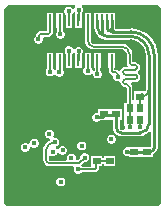
<source format=gbl>
G04*
G04 #@! TF.GenerationSoftware,Altium Limited,Altium Designer,22.2.1 (43)*
G04*
G04 Layer_Physical_Order=4*
G04 Layer_Color=16711680*
%FSLAX25Y25*%
%MOIN*%
G70*
G04*
G04 #@! TF.SameCoordinates,7A19E3BE-6BE7-4922-87A8-EFF1A209D318*
G04*
G04*
G04 #@! TF.FilePolarity,Positive*
G04*
G01*
G75*
%ADD10C,0.00600*%
%ADD11C,0.01000*%
%ADD14C,0.00900*%
%ADD15C,0.00630*%
%ADD17C,0.01772*%
%ADD18R,0.02559X0.02362*%
%ADD19R,0.00906X0.03937*%
%ADD20R,0.02362X0.02559*%
G36*
X59500Y78000D02*
Y13000D01*
X58500Y12000D01*
X8000D01*
X7000Y13000D01*
Y77500D01*
X8500Y79000D01*
X30639D01*
X30846Y78500D01*
X30616Y78271D01*
X30400Y77749D01*
X30307Y77716D01*
X29890Y77674D01*
X29841Y77792D01*
X29423Y78210D01*
X28877Y78436D01*
X28286D01*
X27740Y78210D01*
X27322Y77792D01*
X27096Y77246D01*
Y76655D01*
X27322Y76109D01*
X27648Y75783D01*
Y71317D01*
X29754D01*
Y76021D01*
X29841Y76109D01*
X29999Y76489D01*
X30519Y76585D01*
X30798Y76305D01*
Y71317D01*
X32903D01*
Y76355D01*
X33136Y76587D01*
X33362Y77133D01*
Y77724D01*
X33136Y78271D01*
X32906Y78500D01*
X33113Y79000D01*
X58500D01*
X59500Y78000D01*
D02*
G37*
%LPC*%
G36*
X23454Y76454D02*
X21349D01*
Y71317D01*
X21484D01*
Y70199D01*
X19496D01*
X19000Y70208D01*
X19000Y70208D01*
X18462Y70101D01*
X18007Y69797D01*
X17702Y69341D01*
X17595Y68803D01*
D01*
X17317Y68419D01*
X17240Y68342D01*
X17014Y67796D01*
Y67204D01*
X17240Y66658D01*
X17658Y66240D01*
X18204Y66014D01*
X18796D01*
X19342Y66240D01*
X19760Y66658D01*
X19986Y67204D01*
Y67796D01*
X19958Y67863D01*
X20292Y68363D01*
X21688D01*
Y68349D01*
X22318Y68475D01*
X22851Y68831D01*
X23208Y69365D01*
X23333Y69994D01*
X23319D01*
Y71317D01*
X23454D01*
Y76454D01*
D02*
G37*
G36*
X26604D02*
X24498D01*
Y71317D01*
X24768D01*
Y70244D01*
X24561Y70037D01*
X24335Y69491D01*
Y68900D01*
X24561Y68354D01*
X24979Y67936D01*
X25525Y67709D01*
X26116D01*
X26662Y67936D01*
X27080Y68354D01*
X27307Y68900D01*
Y69491D01*
X27080Y70037D01*
X26662Y70455D01*
X26604Y70479D01*
Y71317D01*
X26604D01*
Y76454D01*
D02*
G37*
G36*
X28969Y65197D02*
X28377D01*
X27831Y64971D01*
X27413Y64553D01*
X27187Y64007D01*
Y63416D01*
X27413Y62870D01*
X27648Y62635D01*
Y57932D01*
X29754D01*
Y62603D01*
X30068Y62945D01*
X30575Y62896D01*
X30665Y62680D01*
X30798Y62547D01*
Y57932D01*
X32903D01*
Y62399D01*
X33184Y62680D01*
X33410Y63226D01*
Y63817D01*
X33184Y64363D01*
X32766Y64781D01*
X32220Y65007D01*
X31629D01*
X31083Y64781D01*
X30665Y64363D01*
X30609Y64228D01*
X30067D01*
X29932Y64553D01*
X29515Y64971D01*
X28969Y65197D01*
D02*
G37*
G36*
X26604Y63068D02*
X24498D01*
Y57932D01*
X24498Y57932D01*
X24498D01*
X24498Y57932D01*
X24379Y57481D01*
X24240Y57342D01*
X23718Y57387D01*
X23650Y57551D01*
X23454Y57932D01*
Y63068D01*
X21349D01*
Y57932D01*
X21131Y57551D01*
X20905Y57005D01*
Y56414D01*
X21131Y55868D01*
X21549Y55450D01*
X22095Y55224D01*
X22686D01*
X23232Y55450D01*
X23650Y55868D01*
X24172Y55823D01*
X24240Y55658D01*
X24658Y55240D01*
X25204Y55014D01*
X25796D01*
X26342Y55240D01*
X26760Y55658D01*
X26986Y56204D01*
Y56796D01*
X26760Y57342D01*
X26651Y57451D01*
X26604Y57932D01*
X26604D01*
Y63068D01*
D02*
G37*
G36*
X39202D02*
X37097D01*
Y57932D01*
X37249D01*
Y57262D01*
X36981Y57023D01*
X36486Y57216D01*
Y57296D01*
X36260Y57842D01*
X36053Y58048D01*
Y63068D01*
X33947D01*
Y58048D01*
X33740Y57842D01*
X33514Y57296D01*
Y56704D01*
X33740Y56158D01*
X34158Y55740D01*
X34705Y55514D01*
X35296D01*
X35842Y55740D01*
X36199Y56097D01*
X36486Y56048D01*
X36699Y55944D01*
Y55684D01*
X36925Y55138D01*
X37343Y54720D01*
X37889Y54494D01*
X38480D01*
X39026Y54720D01*
X39444Y55138D01*
X39670Y55684D01*
Y56275D01*
X39444Y56822D01*
X39085Y57181D01*
Y57932D01*
X39202D01*
Y63068D01*
D02*
G37*
G36*
X43927Y76454D02*
X37097D01*
Y73975D01*
X37079Y73886D01*
Y71543D01*
X37065D01*
X37203Y70489D01*
X37610Y69508D01*
X38257Y68665D01*
X39100Y68018D01*
X40081Y67611D01*
X41135Y67473D01*
Y67487D01*
X41136Y67487D01*
X49135D01*
X49178Y67496D01*
X50458Y67327D01*
X51690Y66817D01*
X52749Y66004D01*
X53561Y64946D01*
X54072Y63713D01*
X54240Y62433D01*
X54232Y62390D01*
Y50699D01*
X54071Y50265D01*
X53026D01*
X52922Y50286D01*
X52819Y50265D01*
X50311D01*
Y47232D01*
X49812Y46925D01*
X49785Y46938D01*
Y51800D01*
X49801D01*
X49669Y52463D01*
X49456Y52782D01*
X49723Y53282D01*
X50593D01*
Y53267D01*
X51256Y53399D01*
X51818Y53774D01*
X52194Y54337D01*
X52326Y55000D01*
X52194Y55663D01*
X51818Y56226D01*
X51632Y56350D01*
Y56850D01*
X51818Y56974D01*
X52194Y57537D01*
X52326Y58200D01*
X52194Y58863D01*
X51818Y59426D01*
X51256Y59801D01*
X50593Y59933D01*
Y59918D01*
X49785D01*
Y62632D01*
X49797D01*
X49681Y63517D01*
X49339Y64341D01*
X48796Y65049D01*
X48088Y65592D01*
X47264Y65933D01*
X46380Y66050D01*
Y66038D01*
X36889D01*
Y66052D01*
X36523Y66125D01*
X36212Y66332D01*
X36005Y66643D01*
X35932Y67009D01*
X35918D01*
Y71317D01*
X36053D01*
Y76454D01*
X33947D01*
Y71317D01*
X34082D01*
Y67009D01*
X34076D01*
X34172Y66281D01*
X34453Y65603D01*
X34900Y65020D01*
X35483Y64573D01*
X36161Y64292D01*
X36889Y64196D01*
Y64203D01*
X46380D01*
Y64201D01*
X46980Y64081D01*
X47489Y63741D01*
X47829Y63232D01*
X47948Y62632D01*
X47950D01*
Y59800D01*
X47934D01*
X48066Y59137D01*
X48280Y58818D01*
X48012Y58318D01*
X47526D01*
Y58333D01*
X46862Y58201D01*
X46300Y57826D01*
X45924Y57263D01*
X45836Y57210D01*
X45381Y57095D01*
X45046Y57319D01*
X44500Y57427D01*
Y57418D01*
X43792D01*
Y57932D01*
X43927D01*
Y63068D01*
X41821D01*
Y57932D01*
X41956D01*
Y57126D01*
X41944D01*
X42063Y56531D01*
X42400Y56026D01*
X42905Y55689D01*
X43118Y55646D01*
X43508Y55301D01*
X43514Y55076D01*
Y54704D01*
X43740Y54158D01*
X44158Y53740D01*
X44704Y53514D01*
X45296D01*
X45306Y53518D01*
X45409Y53493D01*
X45833Y53196D01*
X45924Y52737D01*
X46300Y52174D01*
X46862Y51799D01*
X47526Y51667D01*
Y51667D01*
X47950Y51485D01*
Y46423D01*
X47073D01*
Y42664D01*
X47073D01*
X47073Y42380D01*
X47073D01*
Y38620D01*
X47377D01*
Y38103D01*
X47427Y37983D01*
X47093Y37483D01*
X46087D01*
Y37483D01*
X45680Y37709D01*
X45567Y37982D01*
X45571Y38000D01*
Y40719D01*
X46380D01*
Y44281D01*
X42621D01*
Y44281D01*
X42211D01*
Y44281D01*
X38451D01*
Y43443D01*
X38166Y43020D01*
X37575D01*
X37029Y42794D01*
X36611Y42376D01*
X36385Y41830D01*
Y41239D01*
X36611Y40692D01*
X37029Y40275D01*
X37575Y40048D01*
X38166D01*
X38712Y40275D01*
X39130Y40692D01*
X39141Y40719D01*
X39797D01*
X39906Y40697D01*
X40014Y40719D01*
X42211D01*
Y40719D01*
X42621D01*
Y40719D01*
X43429D01*
Y38000D01*
X43429Y38000D01*
X43427D01*
X43518Y37312D01*
X43784Y36670D01*
X44206Y36119D01*
X44757Y35696D01*
X45399Y35431D01*
X46087Y35340D01*
X46087Y35340D01*
X46586Y35342D01*
X52413D01*
Y35329D01*
X53441Y35464D01*
X54399Y35861D01*
X55222Y36492D01*
X55554Y36925D01*
X56055Y36756D01*
Y31808D01*
X52767D01*
Y31808D01*
X52327D01*
Y31808D01*
X48568D01*
Y31685D01*
X48425Y31590D01*
X47834D01*
X47288Y31363D01*
X46870Y30945D01*
X46644Y30399D01*
Y29808D01*
X46870Y29262D01*
X47288Y28844D01*
X47834Y28618D01*
X48425D01*
X48568Y28523D01*
Y28245D01*
X52327D01*
Y28245D01*
X52767D01*
Y28245D01*
X56526D01*
Y29139D01*
X56709Y29176D01*
X57504Y29707D01*
X58035Y30503D01*
X58222Y31441D01*
X58196D01*
Y62222D01*
X58218D01*
X58046Y63967D01*
X57537Y65646D01*
X56710Y67193D01*
X55598Y68549D01*
X54242Y69661D01*
X52695Y70488D01*
X51016Y70997D01*
X49271Y71169D01*
Y71147D01*
X43963D01*
X43958Y71157D01*
X43947Y71162D01*
Y73883D01*
X43927Y73987D01*
Y76454D01*
D02*
G37*
G36*
X43138Y35768D02*
X42547D01*
X42001Y35542D01*
X41583Y35124D01*
X41357Y34578D01*
Y33987D01*
X41583Y33441D01*
X42001Y33023D01*
X42547Y32797D01*
X43138D01*
X43684Y33023D01*
X44102Y33441D01*
X44328Y33987D01*
Y34578D01*
X44102Y35124D01*
X43684Y35542D01*
X43138Y35768D01*
D02*
G37*
G36*
X17379Y34409D02*
X16788D01*
X16241Y34183D01*
X15823Y33765D01*
X15597Y33219D01*
Y32832D01*
X15099Y32623D01*
X14933Y32790D01*
X14387Y33016D01*
X13795D01*
X13249Y32790D01*
X12831Y32372D01*
X12605Y31826D01*
Y31235D01*
X12831Y30689D01*
X13249Y30270D01*
X13795Y30044D01*
X14387D01*
X14933Y30270D01*
X15351Y30689D01*
X15577Y31235D01*
Y31621D01*
X16075Y31830D01*
X16241Y31664D01*
X16788Y31438D01*
X17379D01*
X17925Y31664D01*
X18343Y32082D01*
X18569Y32628D01*
Y33219D01*
X18343Y33765D01*
X17925Y34183D01*
X17379Y34409D01*
D02*
G37*
G36*
X33296Y33486D02*
X32704D01*
X32158Y33260D01*
X31740Y32842D01*
X31514Y32296D01*
Y31705D01*
X31740Y31158D01*
X32158Y30740D01*
X32704Y30514D01*
X33296D01*
X33842Y30740D01*
X34260Y31158D01*
X34486Y31705D01*
Y32296D01*
X34260Y32842D01*
X33842Y33260D01*
X33296Y33486D01*
D02*
G37*
G36*
X22471Y37473D02*
X21880D01*
X21334Y37247D01*
X20916Y36829D01*
X20690Y36283D01*
Y35691D01*
X20916Y35145D01*
X21334Y34727D01*
X21880Y34501D01*
X21948D01*
X22381Y34001D01*
X22381Y33997D01*
X22251Y33819D01*
X21971Y33703D01*
X21175Y33092D01*
X20565Y32298D01*
X20182Y31372D01*
X20126Y30950D01*
X20065Y30484D01*
X20067Y29990D01*
X20067Y29973D01*
Y27500D01*
X20042D01*
X20214Y26635D01*
X20703Y25903D01*
X21436Y25413D01*
X22301Y25241D01*
Y25266D01*
X22301Y25266D01*
X30095D01*
X30404Y24766D01*
X30288Y24486D01*
Y23895D01*
X30514Y23349D01*
X30932Y22931D01*
X31478Y22705D01*
X32069D01*
X32615Y22931D01*
X32937Y23253D01*
X36787D01*
X36787Y23253D01*
Y23232D01*
X37550Y23384D01*
X38197Y23816D01*
X38629Y24463D01*
X38771Y25175D01*
X39805D01*
Y26038D01*
X40423D01*
Y25175D01*
X44182D01*
Y28737D01*
X40423D01*
Y27874D01*
X39805D01*
Y28737D01*
X36046D01*
Y25175D01*
X35582Y25088D01*
X32978D01*
X32963Y25103D01*
X32715Y25539D01*
X33798Y26622D01*
X34297D01*
X34843Y26848D01*
X35260Y27266D01*
X35487Y27812D01*
Y28403D01*
X35260Y28949D01*
X34843Y29367D01*
X34297Y29593D01*
X33705D01*
X33159Y29367D01*
X32741Y28949D01*
X32515Y28403D01*
Y27978D01*
X31746Y27208D01*
X31220Y27243D01*
X30961Y27645D01*
X30986Y27705D01*
Y28295D01*
X30760Y28842D01*
X30342Y29260D01*
X29796Y29486D01*
X29204D01*
X28658Y29260D01*
X28240Y28842D01*
X28014Y28295D01*
Y27705D01*
X28044Y27632D01*
X27710Y27132D01*
X22301D01*
Y27136D01*
X22044Y27243D01*
X21937Y27500D01*
X21933D01*
X21933Y27500D01*
Y28806D01*
X22433Y29013D01*
X22571Y28875D01*
X23117Y28649D01*
X23708D01*
X24254Y28875D01*
X24672Y29293D01*
X24783Y29561D01*
X24966Y29613D01*
X25348Y29618D01*
X25685Y29280D01*
X26232Y29054D01*
X26823D01*
X27369Y29280D01*
X27787Y29698D01*
X28013Y30244D01*
Y30836D01*
X27787Y31382D01*
X27369Y31800D01*
X26823Y32026D01*
X26232D01*
X25685Y31800D01*
X25267Y31382D01*
X25164Y31131D01*
X24695Y31064D01*
X24399Y31395D01*
X24515Y31885D01*
X24812Y32008D01*
X25230Y32426D01*
X25456Y32972D01*
Y33564D01*
X25230Y34110D01*
X24812Y34528D01*
X24265Y34754D01*
X23751D01*
X23566Y34983D01*
X23461Y35206D01*
X23662Y35691D01*
Y36283D01*
X23436Y36829D01*
X23018Y37247D01*
X22471Y37473D01*
D02*
G37*
G36*
X26296Y21486D02*
X25705D01*
X25158Y21260D01*
X24740Y20842D01*
X24514Y20296D01*
Y19704D01*
X24740Y19158D01*
X25158Y18740D01*
X25705Y18514D01*
X26296D01*
X26842Y18740D01*
X27260Y19158D01*
X27486Y19704D01*
Y20296D01*
X27260Y20842D01*
X26842Y21260D01*
X26296Y21486D01*
D02*
G37*
%LPD*%
D10*
X48868Y59800D02*
G03*
X49668Y59000I800J0D01*
G01*
X50593Y57400D02*
G03*
X50593Y59000I0J800D01*
G01*
X47526Y57400D02*
G03*
X47526Y55800I0J-800D01*
G01*
X50593Y54200D02*
G03*
X50593Y55800I0J800D01*
G01*
X47526Y54200D02*
G03*
X47526Y52600I0J-800D01*
G01*
X48868Y51800D02*
G03*
X48068Y52600I-800J0D01*
G01*
X48868Y62632D02*
G03*
X46380Y65120I-2488J0D01*
G01*
X42874Y57126D02*
G03*
X43500Y56500I626J0D01*
G01*
X45000Y56000D02*
G03*
X44500Y56500I-500J0D01*
G01*
X36787Y24171D02*
G03*
X37843Y25226I0J1056D01*
G01*
X52932Y48432D02*
G03*
X55302Y50802I0J2370D01*
G01*
X35000Y67009D02*
G03*
X36889Y65120I1889J0D01*
G01*
X21688Y69281D02*
G03*
X22402Y69994I0J713D01*
G01*
X19000Y69281D02*
G03*
X18522Y68803I-0J-478D01*
G01*
X52261Y38436D02*
Y40439D01*
X52201Y40500D02*
X52261Y40439D01*
X48868Y59800D02*
Y62500D01*
X49668Y59000D02*
X50593D01*
X47526Y57400D02*
X50593D01*
X47526Y55800D02*
X50593D01*
X47526Y54200D02*
X50593D01*
X47526Y52600D02*
X48068D01*
X48868Y51500D02*
Y51800D01*
Y62500D02*
Y62632D01*
Y44557D02*
Y51500D01*
X36889Y65120D02*
X46380D01*
X37843Y25226D02*
Y26874D01*
X31794Y24171D02*
X36787D01*
X37843Y26874D02*
X37925Y26956D01*
X35000Y67009D02*
Y73886D01*
X18500Y67500D02*
X18522Y67522D01*
Y68803D01*
X19000Y69281D02*
X21688D01*
X31774Y24191D02*
X31794Y24171D01*
X37827Y26956D02*
X42303D01*
X42874Y57126D02*
Y60500D01*
X43500Y56500D02*
X44500D01*
X45000Y55000D02*
Y56000D01*
X48863Y38399D02*
Y40137D01*
X52196Y44548D02*
Y48479D01*
X38167Y55997D02*
Y60483D01*
X38150Y60500D02*
X38167Y60483D01*
Y55997D02*
X38184Y55980D01*
X48854Y40146D02*
Y44543D01*
X31887Y63485D02*
X31924Y63522D01*
X31887Y60537D02*
Y63485D01*
X31850Y60500D02*
X31887Y60537D01*
X28687Y60514D02*
Y63698D01*
Y60514D02*
X28701Y60500D01*
X28673Y63712D02*
X28687Y63698D01*
X28641Y74002D02*
Y76891D01*
X28582Y76951D02*
X28641Y76891D01*
Y74002D02*
X28729Y73914D01*
X31863Y77416D02*
X31876Y77429D01*
X31850Y73886D02*
X31863Y73899D01*
Y77416D01*
X25686Y69330D02*
X25821Y69195D01*
X25686Y69330D02*
Y73751D01*
X25551Y73886D02*
X25686Y73751D01*
X35000Y57000D02*
Y60500D01*
X25526Y56526D02*
Y60474D01*
X25551Y60500D01*
X25500Y56500D02*
X25526Y56526D01*
X22396Y56715D02*
Y60494D01*
X22390Y56710D02*
X22396Y56715D01*
Y60494D02*
X22402Y60500D01*
Y69994D02*
Y73886D01*
D11*
X40331Y42500D02*
X40575Y42256D01*
X37870Y41534D02*
X38079D01*
X39906Y41819D02*
X40331Y42244D01*
X38079Y41534D02*
X38364Y41819D01*
D14*
X57125Y62222D02*
G03*
X49271Y70076I-7854J0D01*
G01*
X55770Y30086D02*
G03*
X57125Y31441I0J1355D01*
G01*
X39724Y70140D02*
G03*
X39724Y70179I-899J39D01*
G01*
X55302Y62390D02*
G03*
X49135Y68558I-6168J0D01*
G01*
X39724Y70140D02*
G03*
X41135Y68557I1504J-79D01*
G01*
X38150Y71543D02*
G03*
X41135Y68558I2985J0D01*
G01*
X41302Y71648D02*
G03*
X42874Y70076I1572J0D01*
G01*
X42877Y71097D02*
G03*
X43897Y70076I1021J0D01*
G01*
X44500Y38000D02*
G03*
X46087Y36413I1587J0D01*
G01*
X52413D02*
G03*
X55302Y39302I0J2889D01*
G01*
X43897Y70076D02*
X49271D01*
X54706Y30086D02*
X55770D01*
X57125Y31441D02*
Y62222D01*
X41135Y68558D02*
X49135D01*
X39724Y70140D02*
X39724D01*
X39724Y70179D02*
Y73886D01*
X38150Y71543D02*
Y73886D01*
X55302Y50802D02*
Y62390D01*
Y39302D02*
Y50802D01*
X42874Y70076D02*
X43897D01*
X42877Y71097D02*
Y73883D01*
X42874Y73886D02*
X42877Y73883D01*
X40575Y42256D02*
X44262D01*
X44500Y38000D02*
Y42500D01*
X38364Y41819D02*
X39906D01*
X46087Y36413D02*
X52413D01*
X52191Y48484D02*
X52922Y49215D01*
X52191Y48484D02*
X52196Y48479D01*
Y44548D02*
X52201Y44543D01*
X48130Y30104D02*
X48206Y30028D01*
X49284D01*
X50463Y30043D02*
X54630D01*
X41299Y73886D02*
X41302Y73883D01*
Y71648D02*
Y73883D01*
D15*
X21000Y27500D02*
G03*
X22301Y26199I1301J0D01*
G01*
X23970Y33268D02*
G03*
X21000Y30458I-80J-2890D01*
G01*
X32056Y26199D02*
X33964Y28108D01*
X22301Y26199D02*
X32056D01*
X22301D02*
X22301D01*
X23810Y33268D02*
X23970D01*
X21000Y27500D02*
Y30458D01*
D17*
X37933Y34317D02*
D03*
X52261Y38436D02*
D03*
X31000Y17000D02*
D03*
X9183Y63973D02*
D03*
X9228Y54856D02*
D03*
X9091Y47417D02*
D03*
X9061Y38239D02*
D03*
X9274Y29230D02*
D03*
X12391Y23741D02*
D03*
X17060Y23808D02*
D03*
X50534Y22063D02*
D03*
X31510Y37759D02*
D03*
X17317Y38788D02*
D03*
X16537Y49113D02*
D03*
X22959Y51455D02*
D03*
X30304Y56316D02*
D03*
X40877D02*
D03*
X48500Y77000D02*
D03*
X18000Y74000D02*
D03*
X10000Y75000D02*
D03*
X56518Y21883D02*
D03*
X55000Y75500D02*
D03*
X30500Y69000D02*
D03*
X52000Y62500D02*
D03*
X14091Y31530D02*
D03*
X31770Y28966D02*
D03*
X19687Y33079D02*
D03*
X25199Y28575D02*
D03*
X23413Y30135D02*
D03*
X29500Y28000D02*
D03*
X34001Y28108D02*
D03*
X17083Y32923D02*
D03*
X31774Y24191D02*
D03*
X23970Y33268D02*
D03*
X26527Y30540D02*
D03*
X45000Y55000D02*
D03*
X33000Y32000D02*
D03*
X48863Y38399D02*
D03*
X48130Y30104D02*
D03*
X37870Y41534D02*
D03*
X38184Y55980D02*
D03*
X42843Y34283D02*
D03*
X31924Y63522D02*
D03*
X28673Y63712D02*
D03*
X28582Y76951D02*
D03*
X31876Y77429D02*
D03*
X18500Y67500D02*
D03*
X25821Y69195D02*
D03*
X35000Y57000D02*
D03*
X26000Y20000D02*
D03*
X25500Y56500D02*
D03*
X22390Y56710D02*
D03*
X22176Y35987D02*
D03*
D18*
X44500Y42500D02*
D03*
Y45847D02*
D03*
X52191Y48484D02*
D03*
Y51831D02*
D03*
X37925Y30303D02*
D03*
Y26956D02*
D03*
X42303Y30303D02*
D03*
Y26956D02*
D03*
X40331Y45847D02*
D03*
Y42500D02*
D03*
X50447Y33373D02*
D03*
Y30026D02*
D03*
X54646Y33373D02*
D03*
Y30026D02*
D03*
D19*
X20827Y60500D02*
D03*
X22402D02*
D03*
X23976D02*
D03*
X25551D02*
D03*
X27126D02*
D03*
X28701D02*
D03*
X30276D02*
D03*
X31850D02*
D03*
X33425D02*
D03*
X35000D02*
D03*
X36575D02*
D03*
X39724D02*
D03*
X41299D02*
D03*
X42874D02*
D03*
X44449D02*
D03*
X46024D02*
D03*
X38150D02*
D03*
X46024Y73886D02*
D03*
X44449D02*
D03*
X42874D02*
D03*
X41299D02*
D03*
X39724D02*
D03*
X38150D02*
D03*
X36575D02*
D03*
X35000D02*
D03*
X33425D02*
D03*
X31850D02*
D03*
X30276D02*
D03*
X28701D02*
D03*
X27126D02*
D03*
X25551D02*
D03*
X23976D02*
D03*
X22402D02*
D03*
X20827D02*
D03*
D20*
X52201Y40500D02*
D03*
X48854D02*
D03*
X48854Y44543D02*
D03*
X52201D02*
D03*
M02*

</source>
